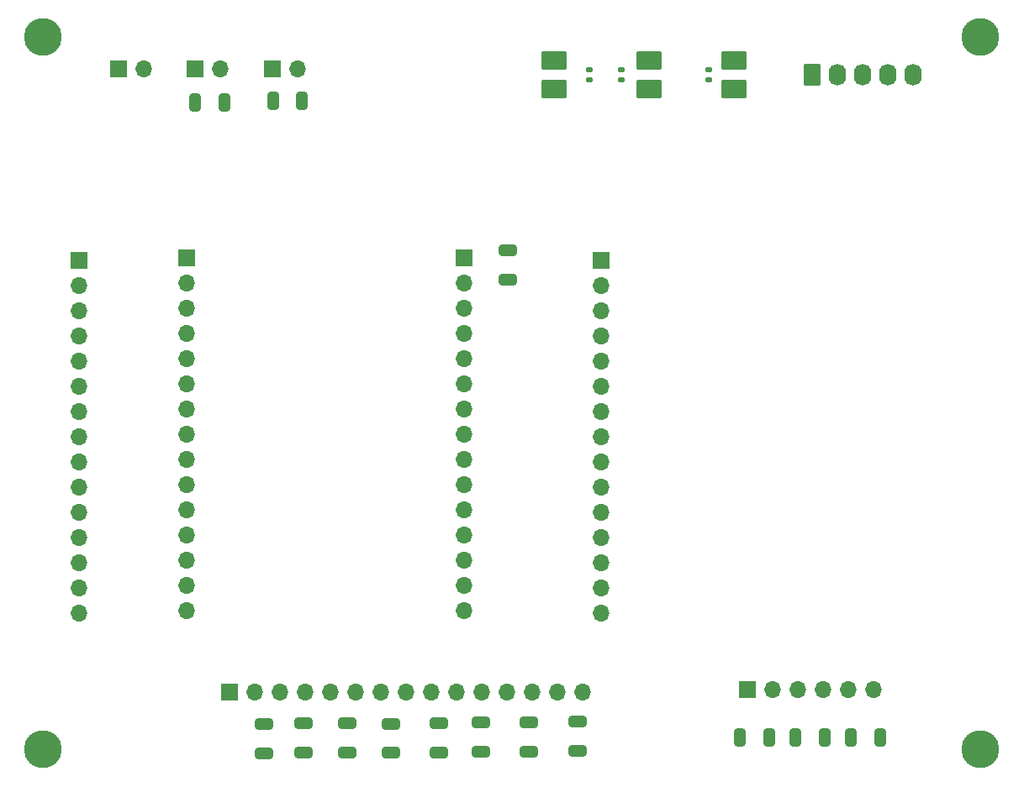
<source format=gts>
%TF.GenerationSoftware,KiCad,Pcbnew,8.0.1*%
%TF.CreationDate,2025-03-03T18:06:42+00:00*%
%TF.ProjectId,Interpose,496e7465-7270-46f7-9365-2e6b69636164,V1*%
%TF.SameCoordinates,Original*%
%TF.FileFunction,Soldermask,Top*%
%TF.FilePolarity,Negative*%
%FSLAX46Y46*%
G04 Gerber Fmt 4.6, Leading zero omitted, Abs format (unit mm)*
G04 Created by KiCad (PCBNEW 8.0.1) date 2025-03-03 18:06:42*
%MOMM*%
%LPD*%
G01*
G04 APERTURE LIST*
G04 Aperture macros list*
%AMRoundRect*
0 Rectangle with rounded corners*
0 $1 Rounding radius*
0 $2 $3 $4 $5 $6 $7 $8 $9 X,Y pos of 4 corners*
0 Add a 4 corners polygon primitive as box body*
4,1,4,$2,$3,$4,$5,$6,$7,$8,$9,$2,$3,0*
0 Add four circle primitives for the rounded corners*
1,1,$1+$1,$2,$3*
1,1,$1+$1,$4,$5*
1,1,$1+$1,$6,$7*
1,1,$1+$1,$8,$9*
0 Add four rect primitives between the rounded corners*
20,1,$1+$1,$2,$3,$4,$5,0*
20,1,$1+$1,$4,$5,$6,$7,0*
20,1,$1+$1,$6,$7,$8,$9,0*
20,1,$1+$1,$8,$9,$2,$3,0*%
G04 Aperture macros list end*
%ADD10R,1.700000X1.700000*%
%ADD11O,1.700000X1.700000*%
%ADD12RoundRect,0.250000X-0.650000X0.325000X-0.650000X-0.325000X0.650000X-0.325000X0.650000X0.325000X0*%
%ADD13RoundRect,0.250000X-0.325000X-0.650000X0.325000X-0.650000X0.325000X0.650000X-0.325000X0.650000X0*%
%ADD14C,3.800000*%
%ADD15RoundRect,0.135000X-0.185000X0.135000X-0.185000X-0.135000X0.185000X-0.135000X0.185000X0.135000X0*%
%ADD16RoundRect,0.102000X1.200000X-0.800000X1.200000X0.800000X-1.200000X0.800000X-1.200000X-0.800000X0*%
%ADD17RoundRect,0.135000X0.185000X-0.135000X0.185000X0.135000X-0.185000X0.135000X-0.185000X-0.135000X0*%
%ADD18RoundRect,0.102000X-1.200000X0.800000X-1.200000X-0.800000X1.200000X-0.800000X1.200000X0.800000X0*%
%ADD19RoundRect,0.250000X-0.620000X-0.845000X0.620000X-0.845000X0.620000X0.845000X-0.620000X0.845000X0*%
%ADD20O,1.740000X2.190000*%
G04 APERTURE END LIST*
D10*
%TO.C,J5*%
X87190000Y-123400000D03*
D11*
X89730000Y-123400000D03*
X92270000Y-123400000D03*
X94810000Y-123400000D03*
X97350000Y-123400000D03*
X99890000Y-123400000D03*
X102430000Y-123400000D03*
X104970000Y-123400000D03*
X107510000Y-123400000D03*
X110050000Y-123400000D03*
X112590000Y-123400000D03*
X115130000Y-123400000D03*
X117670000Y-123400000D03*
X120210000Y-123400000D03*
X122750000Y-123400000D03*
%TD*%
D12*
%TO.C,C11*%
X122200000Y-126425000D03*
X122200000Y-129375000D03*
%TD*%
%TO.C,C10*%
X117300000Y-126450000D03*
X117300000Y-129400000D03*
%TD*%
%TO.C,C9*%
X112500000Y-126475000D03*
X112500000Y-129425000D03*
%TD*%
%TO.C,C8*%
X108200000Y-126550000D03*
X108200000Y-129500000D03*
%TD*%
%TO.C,C6*%
X103450000Y-126600000D03*
X103450000Y-129550000D03*
%TD*%
%TO.C,C5*%
X99000000Y-126550000D03*
X99000000Y-129500000D03*
%TD*%
%TO.C,C4*%
X94650000Y-126575000D03*
X94650000Y-129525000D03*
%TD*%
%TO.C,C3*%
X90650000Y-126625000D03*
X90650000Y-129575000D03*
%TD*%
D13*
%TO.C,C2*%
X91525000Y-63800000D03*
X94475000Y-63800000D03*
%TD*%
D10*
%TO.C,J8*%
X72000000Y-79875000D03*
D11*
X72000000Y-82415000D03*
X72000000Y-84955000D03*
X72000000Y-87495000D03*
X72000000Y-90035000D03*
X72000000Y-92575000D03*
X72000000Y-95115000D03*
X72000000Y-97655000D03*
X72000000Y-100195000D03*
X72000000Y-102735000D03*
X72000000Y-105275000D03*
X72000000Y-107815000D03*
X72000000Y-110355000D03*
X72000000Y-112895000D03*
X72000000Y-115435000D03*
%TD*%
D14*
%TO.C,H2*%
X162800000Y-57404000D03*
%TD*%
D15*
%TO.C,R2*%
X126600000Y-60690000D03*
X126600000Y-61710000D03*
%TD*%
%TO.C,R1*%
X135400000Y-60690000D03*
X135400000Y-61710000D03*
%TD*%
D14*
%TO.C,H3*%
X68400000Y-129200000D03*
%TD*%
D16*
%TO.C,D2*%
X129400000Y-62625000D03*
X129400000Y-59775000D03*
%TD*%
D13*
%TO.C,C12*%
X138525000Y-128000000D03*
X141475000Y-128000000D03*
%TD*%
D16*
%TO.C,D3*%
X119800000Y-62625000D03*
X119800000Y-59775000D03*
%TD*%
D10*
%TO.C,J2*%
X83725000Y-60600000D03*
D11*
X86265000Y-60600000D03*
%TD*%
D14*
%TO.C,H4*%
X162800000Y-129200000D03*
%TD*%
D12*
%TO.C,C7*%
X115200000Y-78925000D03*
X115200000Y-81875000D03*
%TD*%
D13*
%TO.C,C14*%
X149725000Y-128000000D03*
X152675000Y-128000000D03*
%TD*%
D10*
%TO.C,J7*%
X110800000Y-79625000D03*
D11*
X110800000Y-82165000D03*
X110800000Y-84705000D03*
X110800000Y-87245000D03*
X110800000Y-89785000D03*
X110800000Y-92325000D03*
X110800000Y-94865000D03*
X110800000Y-97405000D03*
X110800000Y-99945000D03*
X110800000Y-102485000D03*
X110800000Y-105025000D03*
X110800000Y-107565000D03*
X110800000Y-110105000D03*
X110800000Y-112645000D03*
X110800000Y-115185000D03*
%TD*%
D17*
%TO.C,R3*%
X123400000Y-61710000D03*
X123400000Y-60690000D03*
%TD*%
D10*
%TO.C,J10*%
X139300000Y-123204000D03*
D11*
X141840000Y-123204000D03*
X144380000Y-123204000D03*
X146920000Y-123204000D03*
X149460000Y-123204000D03*
X152000000Y-123204000D03*
%TD*%
D10*
%TO.C,J6*%
X82880000Y-79625000D03*
D11*
X82880000Y-82165000D03*
X82880000Y-84705000D03*
X82880000Y-87245000D03*
X82880000Y-89785000D03*
X82880000Y-92325000D03*
X82880000Y-94865000D03*
X82880000Y-97405000D03*
X82880000Y-99945000D03*
X82880000Y-102485000D03*
X82880000Y-105025000D03*
X82880000Y-107565000D03*
X82880000Y-110105000D03*
X82880000Y-112645000D03*
X82880000Y-115185000D03*
%TD*%
D18*
%TO.C,D1*%
X138000000Y-59775000D03*
X138000000Y-62625000D03*
%TD*%
D13*
%TO.C,C1*%
X83725000Y-64000000D03*
X86675000Y-64000000D03*
%TD*%
%TO.C,C13*%
X144125000Y-128004000D03*
X147075000Y-128004000D03*
%TD*%
D10*
%TO.C,J1*%
X76000000Y-60600000D03*
D11*
X78540000Y-60600000D03*
%TD*%
D14*
%TO.C,H1*%
X68400000Y-57404000D03*
%TD*%
D19*
%TO.C,J4*%
X145840000Y-61200000D03*
D20*
X148380000Y-61200000D03*
X150920000Y-61200000D03*
X153460000Y-61200000D03*
X156000000Y-61200000D03*
%TD*%
D10*
%TO.C,J9*%
X124600000Y-79875000D03*
D11*
X124600000Y-82415000D03*
X124600000Y-84955000D03*
X124600000Y-87495000D03*
X124600000Y-90035000D03*
X124600000Y-92575000D03*
X124600000Y-95115000D03*
X124600000Y-97655000D03*
X124600000Y-100195000D03*
X124600000Y-102735000D03*
X124600000Y-105275000D03*
X124600000Y-107815000D03*
X124600000Y-110355000D03*
X124600000Y-112895000D03*
X124600000Y-115435000D03*
%TD*%
D10*
%TO.C,J3*%
X91460000Y-60600000D03*
D11*
X94000000Y-60600000D03*
%TD*%
M02*

</source>
